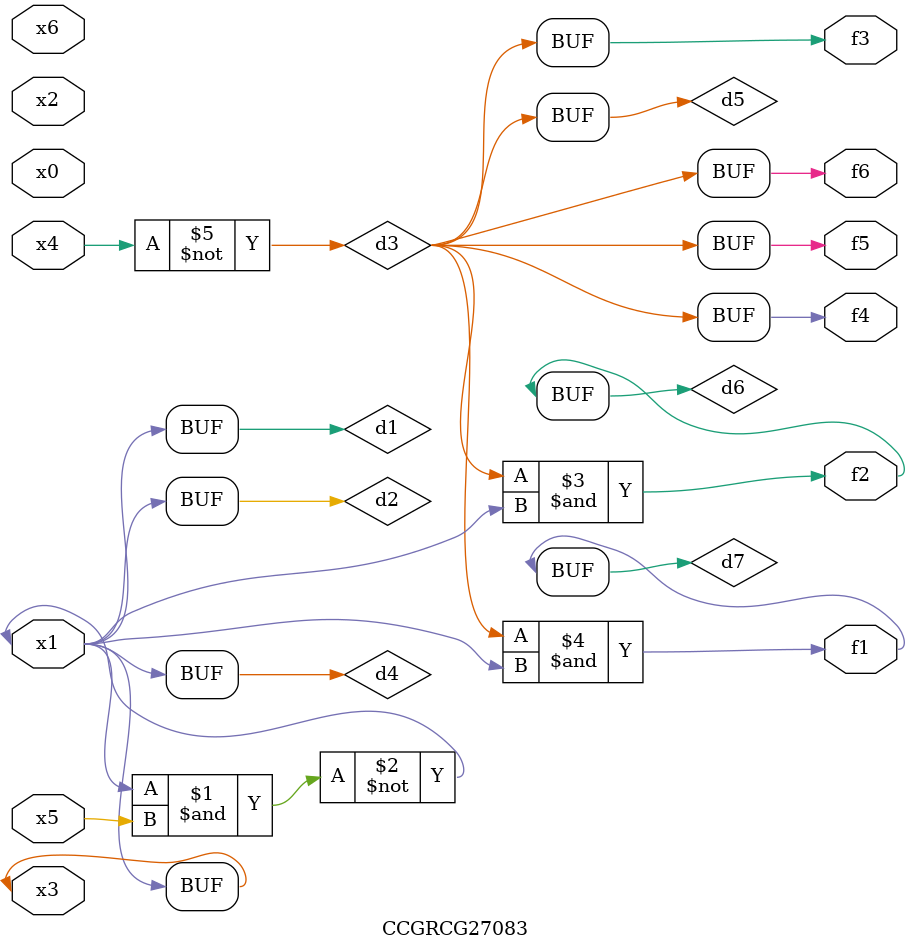
<source format=v>
module CCGRCG27083(
	input x0, x1, x2, x3, x4, x5, x6,
	output f1, f2, f3, f4, f5, f6
);

	wire d1, d2, d3, d4, d5, d6, d7;

	buf (d1, x1, x3);
	nand (d2, x1, x5);
	not (d3, x4);
	buf (d4, d1, d2);
	buf (d5, d3);
	and (d6, d3, d4);
	and (d7, d3, d4);
	assign f1 = d7;
	assign f2 = d6;
	assign f3 = d5;
	assign f4 = d5;
	assign f5 = d5;
	assign f6 = d5;
endmodule

</source>
